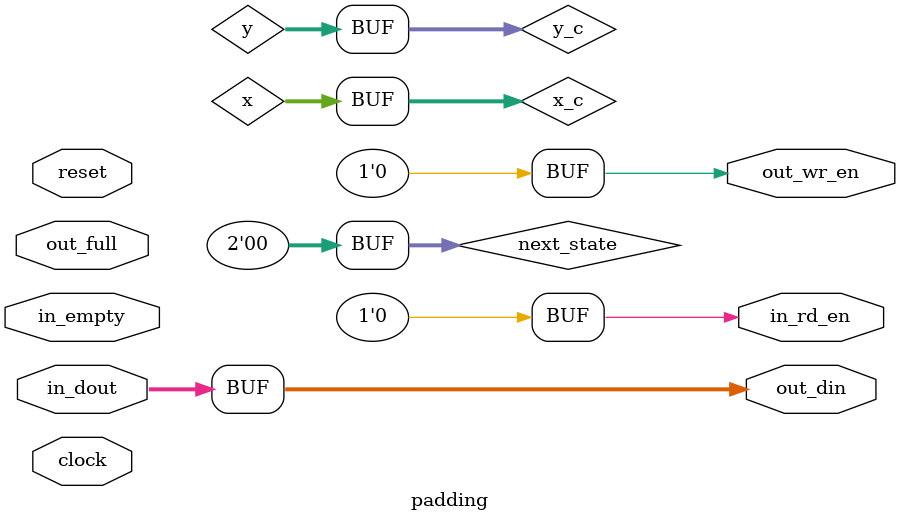
<source format=v>
`timescale 1 ns / 1 ns

module padding #(
    parameter integer IMG_WIDTH = 720, //8 bits
    parameter integer IMG_HEIGHT = 540 //8*9 bits
)(
    input wire clock,
    input wire reset,

    //fifo in
    output reg in_rd_en,
    input wire [7:0] in_dout, //{1443, 723, 3}, i.e. larget index will grab largest pixel number
    input wire in_empty,

    //fifo out
    output reg out_wr_en,
    output reg [7:0] out_din,
    input wire out_full
);

//DWIDTH_IN = 8

    //coordinates in our image 


    reg [12:0] x,x_c,y,y_c;

    reg[1:0] state,next_state;

    localparam s0 = 2'b00;
    localparam s1 = 2'b01;
    localparam s2 = 2'b10;
    localparam s3 = 2'b11;

    always @(posedge clock, posedge reset) begin
        if (reset == 1'b1) begin
            x <= 'b0;
            y <= 'b0;
            state <= s0;

        end else if (clock == 1'b1) begin
            x <= x_c;
            y <= y_c;
            state <= next_state;
        end
    end


//how do we know what to do when we get to a new image???
    //always @(state,in_empty,in_dout,out_full,x,y,shift_reg,count) begin
    always @(*) begin
        next_state <= state;
        //what do I put for in_rd_en for each of these states?
        in_rd_en <= 1'b0;
        out_wr_en <= 1'b0;
        out_din <= in_dout;
        //count_c <= count;
        x_c <= x;
        y_c <= y;


        case(state) 
        //prologue, write 0s to output fifo until img_width + 1 cycles have gone by (MIGHT NEED TO BE IF x==IMG_WIDTH)
        s0: begin
            //first row
            if(y == 'b0 && out_full == 1'b0) begin
                //output 0 to the out_din
                x_c <= x+1;
                out_din <= 0;
                out_wr_en <= 1'b1;
                if (x == IMG_WIDTH + 1) begin
                    x_c <= 0;
                    y_c <= y+1;
                    //now we are ready to output a line of our data
                    next_state <= s1;
                end
            end
            
        

        end
        s1: begin
            if(x == 0 && out_full == 0) begin
                x_c <= x+1;
                out_din <= 0;
                out_wr_en <= 1'b1;
            end
            else if(x == IMG_WIDTH + 1 && out_full == 0) begin
                x_c <= 0;
                y_c <= y+1;
                out_din <= 0;
                out_wr_en <= 1'b1;
                if(y == IMG_HEIGHT) begin
                    next_state <= s2;
                end
            end
            else if(out_full == 0 && in_empty == 0) begin
                //read from fifo 
                //only case where we read from input fifo
                x_c <= x+1;
                in_rd_en <= 1'b1;
                out_wr_en <= 1'b1;
                out_din <= in_dout;
            end
        end
        //epilogue happens when we finish one frame(we know y==height + 1)
        s2: begin
            if(out_full == 0) begin
                //output 0 to the out_din
                x_c <= x+1;
                out_din <= 0;
                out_wr_en <= 1'b1;
                if (x == IMG_WIDTH + 1) begin
                    x_c <= 0;
                    y_c <= 0;
                    //prepare for the next frame
                    state <= s0;
                end
            end

        end
/*
        s0: begin  //first state that inserts 0 into first row
            if(in_empty == 1'b0) begin
                //don't want to read until we have outputted the first row of zeros
                out_wr_en <= 1'b1;
                count_c <= count + 16'b1;
                if(count >= IMG_WIDTH) begin //total number of times we output a 0 to output fifo is IMG_WIDTH + 1
                    //reset count to 0 and move on
                    count_c <= 'b0;
                    next_state <= s1;
                end
            end


        end
        //state that adds 2 0 values to the fifo out, which is just padding
        s1: begin
            if(in_empty == 1'b0) begin
                //in_rd_en <= 1'b1;
                count_c <= count + 16'b1;
                out_wr_en <= 1'b1;
                if(count >= 1) begin //add 2 more 0 to the output fifo, then begin passing actual data through the fifo
                    //reset count to 0 and move on
                    count_c <= 'b0;
                    next_state <= s2;
                end
                //next_state <= s1;

            end
        end
        s2: begin
            if(out_full == 1'b0) begin
                out_wr_en <= 1'b1;
                out_din <= in_dout;
                if(count >= IMG_WIDTH - 1) begin //total number of times we output a 0 to output fifo is IMG_WIDTH + 1
                    //reset count to 0 and move on
                    count_c <= 'b0;
                    next_state <= s1;
                end
                //next_state <= s1;
                
            end
        end
        */
        default: begin
            next_state <= s0;
        end

    endcase
    
   end

endmodule
</source>
